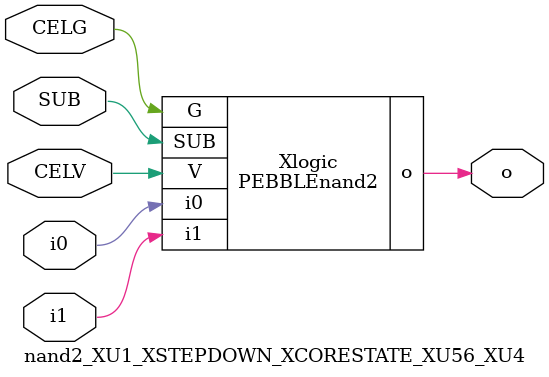
<source format=v>



module PEBBLEnand2 ( o, G, SUB, V, i0, i1 );

  input i0;
  input V;
  input i1;
  input G;
  output o;
  input SUB;
endmodule

//Celera Confidential Do Not Copy nand2_XU1_XSTEPDOWN_XCORESTATE_XU56_XU4
//Celera Confidential Symbol Generator
//5V NAND2
module nand2_XU1_XSTEPDOWN_XCORESTATE_XU56_XU4 (CELV,CELG,i0,i1,o,SUB);
input CELV;
input CELG;
input i0;
input i1;
input SUB;
output o;

//Celera Confidential Do Not Copy nand2
PEBBLEnand2 Xlogic(
.V (CELV),
.i0 (i0),
.i1 (i1),
.o (o),
.SUB (SUB),
.G (CELG)
);
//,diesize,PEBBLEnand2

//Celera Confidential Do Not Copy Module End
//Celera Schematic Generator
endmodule

</source>
